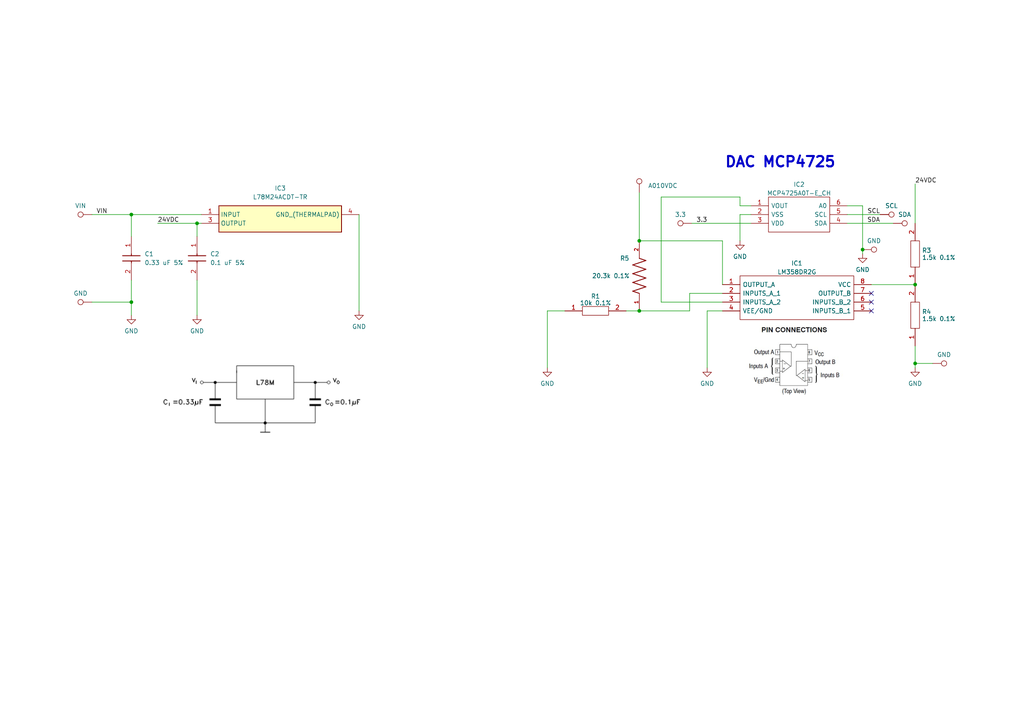
<source format=kicad_sch>
(kicad_sch (version 20231120) (generator "eeschema") (generator_version "8.0")
  (paper "A4")
  (lib_symbols
    (symbol "Connector:TestPoint" (pin_numbers hide) (pin_names (offset 0.762) hide)
      (property "Reference" "TP" (at 0 6.858 0))
      (property "Value" "TestPoint" (at 0 5.08 0))
      (symbol "TestPoint_0_1"
        (circle (center 0 3.302) (radius 0.762))
      )
      (symbol "TestPoint_1_1"
        (pin passive line (at 0 0 90) (length 2.54) (name "1") (number "1"))
      )
    )
    (symbol "SamacSys_Parts:LM358DR2G" (pin_names (offset 0.762))
      (property "Reference" "IC" (at 39.37 7.62 0))
      (property "Value" "LM358DR2G" (at 39.37 5.08 0))
      (symbol "LM358DR2G_0_0"
        (pin passive line (at 0 0 0) (length 5.08) (name "OUTPUT_A") (number "1"))
        (pin passive line (at 0 -2.54 0) (length 5.08) (name "INPUTS_A_1") (number "2"))
        (pin passive line (at 0 -5.08 0) (length 5.08) (name "INPUTS_A_2") (number "3"))
        (pin passive line (at 0 -7.62 0) (length 5.08) (name "VEE/GND") (number "4"))
        (pin passive line (at 43.18 -7.62 180) (length 5.08) (name "INPUTS_B_1") (number "5"))
        (pin passive line (at 43.18 -5.08 180) (length 5.08) (name "INPUTS_B_2") (number "6"))
        (pin passive line (at 43.18 -2.54 180) (length 5.08) (name "OUTPUT_B") (number "7"))
        (pin passive line (at 43.18 0 180) (length 5.08) (name "VCC") (number "8"))
      )
      (symbol "LM358DR2G_0_1"
        (polyline (pts (xy 5.08 2.54) (xy 38.1 2.54) (xy 38.1 -10.16) (xy 5.08 -10.16) (xy 5.08 2.54)) (stroke (width 0.1524)))
      )
    )
    (symbol "SamacSys_Parts:MCP4725A0T-E_CH" (pin_names (offset 0.762))
      (property "Reference" "IC" (at 24.13 7.62 0))
      (property "Value" "MCP4725A0T-E_CH" (at 24.13 5.08 0))
      (symbol "MCP4725A0T-E_CH_0_0"
        (pin passive line (at 0 0 0) (length 5.08) (name "VOUT") (number "1"))
        (pin passive line (at 0 -2.54 0) (length 5.08) (name "VSS") (number "2"))
        (pin passive line (at 0 -5.08 0) (length 5.08) (name "VDD") (number "3"))
        (pin passive line (at 27.94 -5.08 180) (length 5.08) (name "SDA") (number "4"))
        (pin passive line (at 27.94 -2.54 180) (length 5.08) (name "SCL") (number "5"))
        (pin passive line (at 27.94 0 180) (length 5.08) (name "A0") (number "6"))
      )
      (symbol "MCP4725A0T-E_CH_0_1"
        (polyline (pts (xy 5.08 2.54) (xy 22.86 2.54) (xy 22.86 -7.62) (xy 5.08 -7.62) (xy 5.08 2.54)) (stroke (width 0.1524)))
      )
    )
    (symbol "Samacsys:TNPW080510K0BEEA" (pin_names (offset 0.762))
      (property "Reference" "R" (at 13.97 6.35 0))
      (property "Value" "TNPW080510K0BEEA" (at 13.97 3.81 0))
      (symbol "TNPW080510K0BEEA_0_0"
        (pin passive line (at 0 0 0) (length 5.08) (name "~") (number "1"))
        (pin passive line (at 17.78 0 180) (length 5.08) (name "~") (number "2"))
      )
      (symbol "TNPW080510K0BEEA_0_1"
        (polyline (pts (xy 5.08 1.27) (xy 12.7 1.27) (xy 12.7 -1.27) (xy 5.08 -1.27) (xy 5.08 1.27)) (stroke (width 0.1524)))
      )
    )
    (symbol "Samacsys:TNPW08051K50BEEA" (pin_names (offset 0.762))
      (property "Reference" "R" (at 13.97 6.35 0))
      (property "Value" "TNPW08051K50BEEA" (at 13.97 3.81 0))
      (symbol "TNPW08051K50BEEA_0_0"
        (pin passive line (at 0 0 0) (length 5.08) (name "~") (number "1"))
        (pin passive line (at 17.78 0 180) (length 5.08) (name "~") (number "2"))
      )
      (symbol "TNPW08051K50BEEA_0_1"
        (polyline (pts (xy 5.08 1.27) (xy 12.7 1.27) (xy 12.7 -1.27) (xy 5.08 -1.27) (xy 5.08 1.27)) (stroke (width 0.1524)))
      )
    )
    (symbol "Samacsys_kicad_sym:C0805C334J5RACAUTO" (pin_names hide)
      (property "Reference" "C" (at 8.89 6.35 0))
      (property "Value" "C0805C334J5RACAUTO" (at 8.89 3.81 0))
      (symbol "C0805C334J5RACAUTO_1_1"
        (polyline (pts (xy 5.08 0) (xy 5.588 0)) (stroke (width 0.254)))
        (polyline (pts (xy 5.588 2.54) (xy 5.588 -2.54)) (stroke (width 0.254)))
        (polyline (pts (xy 7.112 0) (xy 7.62 0)) (stroke (width 0.254)))
        (polyline (pts (xy 7.112 2.54) (xy 7.112 -2.54)) (stroke (width 0.254)))
        (pin passive line (at 0 0 0) (length 5.08) (name "1") (number "1"))
        (pin passive line (at 12.7 0 180) (length 5.08) (name "2") (number "2"))
      )
    )
    (symbol "Samacsys_kicad_sym:C0805R104J5RACTU" (pin_names hide)
      (property "Reference" "C" (at 8.89 6.35 0))
      (property "Value" "C0805R104J5RACTU" (at 8.89 3.81 0))
      (symbol "C0805R104J5RACTU_1_1"
        (polyline (pts (xy 5.08 0) (xy 5.588 0)) (stroke (width 0.254)))
        (polyline (pts (xy 5.588 2.54) (xy 5.588 -2.54)) (stroke (width 0.254)))
        (polyline (pts (xy 7.112 0) (xy 7.62 0)) (stroke (width 0.254)))
        (polyline (pts (xy 7.112 2.54) (xy 7.112 -2.54)) (stroke (width 0.254)))
        (pin passive line (at 0 0 0) (length 5.08) (name "1") (number "1"))
        (pin passive line (at 12.7 0 180) (length 5.08) (name "2") (number "2"))
      )
    )
    (symbol "Samacsys_kicad_sym:L78M24ACDT-TR"
      (property "Reference" "IC" (at 41.91 7.62 0))
      (property "Value" "L78M24ACDT-TR" (at 41.91 5.08 0))
      (symbol "L78M24ACDT-TR_1_1"
        (rectangle (start 5.08 2.54) (end 40.64 -5.08) (stroke (width 0.254)) (fill (type background)))
        (pin input line (at 0 0 0) (length 5.08) (name "INPUT") (number "1"))
        (pin power_in line (at 0 -2.54 0) (length 5.08) (name "OUTPUT") (number "3"))
        (pin power_in line (at 45.72 0 180) (length 5.08) (name "GND_(THERMALPAD)") (number "4"))
      )
    )
    (symbol "Snapeda:RN73H1JTTD2032B25" (pin_names (offset 1.016))
      (property "Reference" "R" (at -7.6244 2.5415 0))
      (property "Value" "RN73H1JTTD2032B25" (at -7.63 -5.0866 0))
      (symbol "RN73H1JTTD2032B25_0_0"
        (polyline (pts (xy -5.08 0) (xy -4.445 1.905)) (stroke (width 0.254)))
        (polyline (pts (xy -4.445 1.905) (xy -3.175 -1.905)) (stroke (width 0.254)))
        (polyline (pts (xy -3.175 -1.905) (xy -1.905 1.905)) (stroke (width 0.254)))
        (polyline (pts (xy -1.905 1.905) (xy -0.635 -1.905)) (stroke (width 0.254)))
        (polyline (pts (xy -0.635 -1.905) (xy 0.635 1.905)) (stroke (width 0.254)))
        (polyline (pts (xy 0.635 1.905) (xy 1.905 -1.905)) (stroke (width 0.254)))
        (polyline (pts (xy 1.905 -1.905) (xy 3.175 1.905)) (stroke (width 0.254)))
        (polyline (pts (xy 3.175 1.905) (xy 4.445 -1.905)) (stroke (width 0.254)))
        (polyline (pts (xy 4.445 -1.905) (xy 5.08 0)) (stroke (width 0.254)))
        (pin passive line (at -10.16 0 0) (length 5.08) (name "~") (number "1"))
        (pin passive line (at 10.16 0 180) (length 5.08) (name "~") (number "2"))
      )
    )
    (symbol "power:GND" (power) (pin_names (offset 0))
      (property "Value" "GND" (at 0 -3.81 0))
      (symbol "GND_0_1"
        (polyline (pts (xy 0 0) (xy 0 -1.27) (xy 1.27 -1.27) (xy 0 -2.54) (xy -1.27 -1.27) (xy 0 -1.27)))
      )
      (symbol "GND_1_1"
        (pin power_in line (at 0 0 270) (length 0) hide (name "GND") (number "1"))
      )
    )
  )
  (junction (at 265.43 105.41))
  (junction (at 38.1 87.63))
  (junction (at 57.15 64.77))
  (junction (at 185.42 69.85))
  (junction (at 265.43 82.55))
  (junction (at 185.42 90.17))
  (junction (at 250.19 72.39))
  (junction (at 38.1 62.23))
  (no_connect (at 252.73 85.09))
  (no_connect (at 252.73 87.63))
  (no_connect (at 252.73 90.17))
  (wire (pts (xy 250.19 59.69) (xy 245.745 59.69)))
  (wire (pts (xy 259.08 64.77) (xy 245.745 64.77)))
  (wire (pts (xy 158.75 90.17) (xy 158.75 106.68)))
  (wire (pts (xy 250.19 73.66) (xy 250.19 72.39)))
  (wire (pts (xy 255.27 62.23) (xy 245.745 62.23)))
  (wire (pts (xy 104.14 90.17) (xy 104.14 62.23)))
  (wire (pts (xy 38.1 62.23) (xy 58.42 62.23)))
  (wire (pts (xy 205.105 90.17) (xy 205.105 106.68)))
  (wire (pts (xy 191.77 87.63) (xy 191.77 57.15)))
  (wire (pts (xy 181.61 90.17) (xy 185.42 90.17)))
  (wire (pts (xy 185.42 69.85) (xy 185.42 55.88)))
  (wire (pts (xy 26.67 62.23) (xy 38.1 62.23)))
  (wire (pts (xy 38.1 62.23) (xy 38.1 68.58)))
  (wire (pts (xy 185.42 90.17) (xy 200.025 90.17)))
  (wire (pts (xy 214.63 57.15) (xy 214.63 59.69)))
  (wire (pts (xy 57.15 91.44) (xy 57.15 81.28)))
  (wire (pts (xy 200.66 64.77) (xy 217.805 64.77)))
  (wire (pts (xy 191.77 87.63) (xy 209.55 87.63)))
  (wire (pts (xy 191.77 57.15) (xy 214.63 57.15)))
  (wire (pts (xy 209.55 85.09) (xy 200.025 85.09)))
  (wire (pts (xy 265.43 105.41) (xy 265.43 106.68)))
  (wire (pts (xy 214.63 59.69) (xy 217.805 59.69)))
  (wire (pts (xy 250.19 72.39) (xy 250.19 59.69)))
  (wire (pts (xy 58.42 64.77) (xy 57.15 64.77)))
  (wire (pts (xy 57.15 64.77) (xy 57.15 68.58)))
  (wire (pts (xy 38.1 87.63) (xy 38.1 81.28)))
  (wire (pts (xy 265.43 53.34) (xy 265.43 64.77)))
  (wire (pts (xy 158.75 90.17) (xy 163.83 90.17)))
  (wire (pts (xy 26.67 87.63) (xy 38.1 87.63)))
  (wire (pts (xy 252.73 82.55) (xy 265.43 82.55)))
  (wire (pts (xy 200.025 85.09) (xy 200.025 90.17)))
  (wire (pts (xy 214.63 62.23) (xy 214.63 69.85)))
  (wire (pts (xy 209.55 69.85) (xy 209.55 82.55)))
  (wire (pts (xy 45.72 64.77) (xy 57.15 64.77)))
  (wire (pts (xy 265.43 100.33) (xy 265.43 105.41)))
  (wire (pts (xy 185.42 69.85) (xy 209.55 69.85)))
  (wire (pts (xy 209.55 90.17) (xy 205.105 90.17)))
  (wire (pts (xy 214.63 62.23) (xy 217.805 62.23)))
  (wire (pts (xy 38.1 91.44) (xy 38.1 87.63)))
  (wire (pts (xy 270.51 105.41) (xy 265.43 105.41)))
  (image (at 230.505 104.14) (scale 0.313333))
  (image (at 74.93 114.3) (scale 0.546238))
  (text "DAC MCP4725\n" (at 242.57 48.895 0) (effects (font (size 3 3) (thickness 0.6) (bold yes)) (justify right bottom)))
  (label "24VDC" (at 265.43 53.34 0))
  (label "SDA" (at 255.27 64.77 180))
  (label "24VDC" (at 45.72 64.77 0))
  (label "VIN" (at 27.94 62.23 0))
  (label "SCL" (at 255.27 62.23 180))
  (label "3.3" (at 201.93 64.77 0))
  (symbol (lib_id "Connector:TestPoint") (at 270.51 105.41 270) (mirror x) (unit 1) (in_bom no)
    (property "Reference" "TP7" (effects (hide yes)))
    (property "Value" "GND" (at 273.812 102.87 90))
    (property "Footprint" "TestPoint:TestPoint_THTPad_D2.0mm_Drill1.0mm" (effects (hide yes)))
    (property "Description" "test point" (effects (hide yes)))
  )
  (symbol (lib_id "SamacSys_Parts:LM358DR2G") (at 209.55 82.55 0) (unit 1)
    (property "Reference" "IC1" (at 231.14 76.361 0))
    (property "Value" "LM358DR2G" (at 231.14 78.8979 0))
    (property "Footprint" "Samacsys:SOIC127P600X175-8N" (effects (hide yes)))
    (property "Datasheet" "http://www.onsemi.com/pub/Collateral/LM358-D.PDF" (effects (hide yes)))
    (property "Description" "LM358DR2G, Dual Operational Amplifier 5 to 28V, 8-Pin SOIC" (effects (hide yes)))
    (property "Height" "1.75" (effects (hide yes)))
    (property "Mouser Part Number" "863-LM358DR2G" (effects (hide yes)))
    (property "Mouser Price/Stock" "https://www.mouser.co.uk/ProductDetail/onsemi/LM358DR2G?qs=2OtswVQKCOFTvDtJvQ3XHw%3D%3D" (effects (hide yes)))
    (property "Manufacturer_Name" "onsemi" (effects (hide yes)))
    (property "Manufacturer_Part_Number" "LM358DR2G" (effects (hide yes)))
  )
  (symbol (lib_id "Connector:TestPoint") (at 185.42 55.88 0) (unit 1) (in_bom no)
    (property "Reference" "TP6" (effects (hide yes)))
    (property "Value" "A010VDC" (at 187.96 53.8479 0) (effects (justify left)))
    (property "Footprint" "TestPoint:TestPoint_THTPad_D2.0mm_Drill1.0mm" (effects (hide yes)))
    (property "Description" "test point" (effects (hide yes)))
  )
  (symbol (lib_id "power:GND") (at 250.19 73.66 0) (unit 1)
    (property "Reference" "#PWR04" (effects (hide yes)))
    (property "Value" "GND" (at 250.19 78.2224 0))
  )
  (symbol (lib_id "power:GND") (at 57.15 91.44 0) (unit 1)
    (property "Reference" "#PWR07" (effects (hide yes)))
    (property "Value" "GND" (at 57.15 96.0024 0))
  )
  (symbol (lib_id "power:GND") (at 158.75 106.68 0) (unit 1)
    (property "Reference" "#PWR01" (effects (hide yes)))
    (property "Value" "GND" (at 158.75 111.2424 0))
  )
  (symbol (lib_id "Connector:TestPoint") (at 26.67 87.63 90) (unit 1) (in_bom no)
    (property "Reference" "TP5" (effects (hide yes)))
    (property "Value" "GND" (at 23.368 85.09 90))
    (property "Footprint" "TestPoint:TestPoint_THTPad_D2.0mm_Drill1.0mm" (effects (hide yes)))
    (property "Description" "test point" (effects (hide yes)))
  )
  (symbol (lib_id "Samacsys_kicad_sym:L78M24ACDT-TR") (at 58.42 62.23 0) (unit 1)
    (property "Reference" "IC3" (at 81.28 54.61 0))
    (property "Value" "L78M24ACDT-TR" (at 81.28 57.15 0))
    (property "Footprint" "Samacsys:TO228P972X240-3N" (effects (hide yes)))
    (property "Datasheet" "http://www.st.com/web/en/resource/technical/document/datasheet/CD00000447.pdf" (effects (hide yes)))
    (property "Description" "L78M24ACDT-TR, Voltage Regulator, 0.5A 24 V, +/-2%, 3-Pin D-PAK" (effects (hide yes)))
    (property "Height" "2.4" (effects (hide yes)))
    (property "Mouser Part Number" "511-L78M24ACDT-TR" (effects (hide yes)))
    (property "Mouser Price/Stock" "https://www.mouser.co.uk/ProductDetail/STMicroelectronics/L78M24ACDT-TR?qs=JEl1xfd2fcaIRUtN5RMmLg%3D%3D" (effects (hide yes)))
    (property "Manufacturer_Name" "STMicroelectronics" (effects (hide yes)))
    (property "Manufacturer_Part_Number" "L78M24ACDT-TR" (effects (hide yes)))
  )
  (symbol (lib_id "SamacSys_Parts:MCP4725A0T-E_CH") (at 217.805 59.69 0) (unit 1)
    (property "Reference" "IC2" (at 231.775 53.501 0))
    (property "Value" "MCP4725A0T-E_CH" (at 231.775 56.0379 0))
    (property "Footprint" "Samacsys:SOT95P270X145-6N" (effects (hide yes)))
    (property "Datasheet" "http://ww1.microchip.com/downloads/en/DeviceDoc/22039d.pdf" (effects (hide yes)))
    (property "Description" "D/A Converter 12-Bit EEPROM I2C SOT23-6" (effects (hide yes)))
    (property "Height" "1.45" (effects (hide yes)))
    (property "Mouser Part Number" "579-MCP4725A0TECH" (effects (hide yes)))
    (property "Mouser Price/Stock" "https://www.mouser.co.uk/ProductDetail/Microchip-Technology-Atmel/MCP4725A0T-E-CH?qs=vkMqrgFpRajeQECZ3goc0A%3D%3D" (effects (hide yes)))
    (property "Manufacturer_Name" "Microchip" (effects (hide yes)))
    (property "Manufacturer_Part_Number" "MCP4725A0T-E/CH" (effects (hide yes)))
  )
  (symbol (lib_id "power:GND") (at 104.14 90.17 0) (unit 1)
    (property "Reference" "#PWR06" (effects (hide yes)))
    (property "Value" "GND" (at 104.14 94.7324 0))
  )
  (symbol (lib_id "power:GND") (at 214.63 69.85 0) (unit 1)
    (property "Reference" "#PWR03" (effects (hide yes)))
    (property "Value" "GND" (at 214.63 74.4124 0))
  )
  (symbol (lib_id "Snapeda:RN73H1JTTD2032B25") (at 185.42 80.01 90) (unit 1)
    (property "Reference" "R5" (at 179.832 74.93 90) (effects (justify right)))
    (property "Value" "20.3k 0.1%" (at 171.704 80.01 90) (effects (justify right)))
    (property "Footprint" "Snapeda:RN73H1JTTD2032B25_RESC1608X55N" (effects (hide yes)))
    (property "MF" "KOA Speer" (effects (hide yes)))
    (property "Description_1" "\n20.3 kOhms ±0.1% 0.1W, 1/10W Chip Resistor 0603 (1608 Metric) Automotive AEC-Q200, Moisture Resistant Metal Film\n" (effects (hide yes)))
    (property "Package" "603 KOA" (effects (hide yes)))
    (property "Price" "None" (effects (hide yes)))
    (property "SnapEDA_Link" "https://www.snapeda.com/parts/RN73H1JTTD2032B25/KOA+Speer/view-part/?ref=snap" (effects (hide yes)))
    (property "MP" "RN73H1JTTD2032B25" (effects (hide yes)))
    (property "Availability" "In Stock" (effects (hide yes)))
    (property "Check_prices" "https://www.snapeda.com/parts/RN73H1JTTD2032B25/KOA+Speer/view-part/?ref=eda" (effects (hide yes)))
  )
  (symbol (lib_id "Samacsys_kicad_sym:C0805C334J5RACAUTO") (at 38.1 68.58 270) (unit 1)
    (property "Reference" "C1" (at 41.91 73.6599 90) (effects (justify left)))
    (property "Value" "0.33 uF 5%" (at 41.91 76.1999 90) (effects (justify left)))
    (property "Footprint" "Samacsys:C0805" (effects (hide yes)))
    (property "Datasheet" "https://content.kemet.com/datasheets/KEM_C1023_X7R_AUTO_SMD.pdf" (effects (hide yes)))
    (property "Description" "SMD Auto X7R, Ceramic, 0.33 uF, 5%, 50 VDC, 125 VDC, 125C, -55C, X7R, SMD, MLCC, Temperature Stable, Automotive Grade, 2.5 % , 1.5152 GOhms, 13 mg, 0805, 2mm, 1.25mm, 0.9mm, 0.75mm, 0.5mm, 4000, 78  Weeks, 80" (effects (hide yes)))
    (property "Height" "1.1" (effects (hide yes)))
    (property "Mouser Part Number" "80-C0805C334J5RAUTO" (effects (hide yes)))
    (property "Mouser Price/Stock" "https://www.mouser.co.uk/ProductDetail/KEMET/C0805C334J5RACAUTO?qs=2FIyTMJ0hNld799v3LUrlQ%3D%3D" (effects (hide yes)))
    (property "Manufacturer_Name" "KEMET" (effects (hide yes)))
    (property "Manufacturer_Part_Number" "C0805C334J5RACAUTO" (effects (hide yes)))
  )
  (symbol (lib_id "Samacsys:TNPW08051K50BEEA") (at 265.43 82.55 90) (unit 1)
    (property "Reference" "R3" (at 267.4112 72.636 90) (effects (justify right)))
    (property "Value" "1.5k 0.1%" (at 267.4112 74.684 90) (effects (justify right)))
    (property "Footprint" "Samacsys:RESC2012X55N" (effects (hide yes)))
    (property "Description" "Thin Film Resistors - SMD 1.5Kohms .1% 25ppm" (effects (hide yes)))
    (property "Height" "0.55" (effects (hide yes)))
    (property "Mouser Part Number" "71-TNPW08051K50BEEA" (effects (hide yes)))
    (property "Mouser Price/Stock" "https://www.mouser.co.uk/ProductDetail/Vishay-Dale/TNPW08051K50BEEA?qs=Db%252BqmG6P6GaxwcmU1luVmQ%3D%3D" (effects (hide yes)))
    (property "Manufacturer_Name" "Vishay" (effects (hide yes)))
    (property "Manufacturer_Part_Number" "TNPW08051K50BEEA" (effects (hide yes)))
  )
  (symbol (lib_id "power:GND") (at 38.1 91.44 0) (unit 1)
    (property "Reference" "#PWR08" (effects (hide yes)))
    (property "Value" "GND" (at 38.1 96.0024 0))
  )
  (symbol (lib_id "Samacsys_kicad_sym:C0805R104J5RACTU") (at 57.15 68.58 270) (unit 1)
    (property "Reference" "C2" (at 60.96 73.6599 90) (effects (justify left)))
    (property "Value" "0.1 uF 5%" (at 60.96 76.1999 90) (effects (justify left)))
    (property "Footprint" "Samacsys:C0805" (effects (hide yes)))
    (property "Datasheet" "https://content.kemet.com/datasheets/KEM_C1075_X7R_HT_SMD.pdf" (effects (hide yes)))
    (property "Description" "SMD Indust X7R HT175C, Ceramic, 0.1 uF, 5%, 50 VDC, 125 VDC, 175C, -55C, X7R, SMD, MLCC, High Temperature, FT-Cap, 2.5 % , 10 GOhms, 11 mg, 0805, 2mm, 1.25mm, 0.78mm, 0.75mm, 0.5mm, 4000, 78  Weeks, 80" (effects (hide yes)))
    (property "Height" "1.1" (effects (hide yes)))
    (property "Mouser Part Number" "80-C0805R104J5RACTU" (effects (hide yes)))
    (property "Mouser Price/Stock" "https://www.mouser.co.uk/ProductDetail/KEMET/C0805R104J5RACTU?qs=RcG8xmE7yp2JeihV4l474Q%3D%3D" (effects (hide yes)))
    (property "Manufacturer_Name" "KEMET" (effects (hide yes)))
    (property "Manufacturer_Part_Number" "C0805R104J5RACTU" (effects (hide yes)))
  )
  (symbol (lib_id "Samacsys:TNPW080510K0BEEA") (at 163.83 90.17 0) (unit 1)
    (property "Reference" "R1" (at 172.72 85.9409 0))
    (property "Value" "10k 0.1%" (at 172.72 87.8619 0))
    (property "Footprint" "Samacsys:RESC2012X55N" (effects (hide yes)))
    (property "Datasheet" "https://componentsearchengine.com/Datasheets/1/TNPW080510K0BEEA.pdf" (effects (hide yes)))
    (property "Description" "Thin Film Resistors - SMD 10Kohms .1% 25ppm" (effects (hide yes)))
    (property "Height" "0.55" (effects (hide yes)))
    (property "Mouser Part Number" "71-TNPW080510K0BEEA" (effects (hide yes)))
    (property "Mouser Price/Stock" "https://www.mouser.co.uk/ProductDetail/Vishay-Dale/TNPW080510K0BEEA?qs=CqEPuS5aiX943PdLmaZ8KA%3D%3D" (effects (hide yes)))
    (property "Manufacturer_Name" "Vishay" (effects (hide yes)))
    (property "Manufacturer_Part_Number" "TNPW080510K0BEEA" (effects (hide yes)))
  )
  (symbol (lib_id "Connector:TestPoint") (at 259.08 64.77 270) (mirror x) (unit 1) (in_bom no)
    (property "Reference" "TP4" (effects (hide yes)))
    (property "Value" "SDA" (at 262.382 62.23 90))
    (property "Footprint" "TestPoint:TestPoint_THTPad_D2.0mm_Drill1.0mm" (effects (hide yes)))
    (property "Description" "test point" (effects (hide yes)))
  )
  (symbol (lib_id "Connector:TestPoint") (at 250.19 72.39 270) (mirror x) (unit 1) (in_bom no)
    (property "Reference" "TP8" (effects (hide yes)))
    (property "Value" "GND" (at 253.492 69.85 90))
    (property "Footprint" "TestPoint:TestPoint_THTPad_D2.0mm_Drill1.0mm" (effects (hide yes)))
    (property "Description" "test point" (effects (hide yes)))
  )
  (symbol (lib_id "Connector:TestPoint") (at 200.66 64.77 90) (unit 1) (in_bom no)
    (property "Reference" "TP2" (effects (hide yes)))
    (property "Value" "3.3" (at 197.358 62.23 90))
    (property "Footprint" "TestPoint:TestPoint_THTPad_D2.0mm_Drill1.0mm" (effects (hide yes)))
    (property "Description" "test point" (effects (hide yes)))
  )
  (symbol (lib_id "power:GND") (at 265.43 106.68 0) (unit 1)
    (property "Reference" "#PWR05" (effects (hide yes)))
    (property "Value" "GND" (at 265.43 111.2424 0))
  )
  (symbol (lib_id "Samacsys:TNPW08051K50BEEA") (at 265.43 100.33 90) (unit 1)
    (property "Reference" "R4" (at 267.4112 90.416 90) (effects (justify right)))
    (property "Value" "1.5k 0.1%" (at 267.4112 92.464 90) (effects (justify right)))
    (property "Footprint" "Samacsys:RESC2012X55N" (effects (hide yes)))
    (property "Description" "Thin Film Resistors - SMD 1.5Kohms .1% 25ppm" (effects (hide yes)))
    (property "Height" "0.55" (effects (hide yes)))
    (property "Mouser Part Number" "71-TNPW08051K50BEEA" (effects (hide yes)))
    (property "Mouser Price/Stock" "https://www.mouser.co.uk/ProductDetail/Vishay-Dale/TNPW08051K50BEEA?qs=Db%252BqmG6P6GaxwcmU1luVmQ%3D%3D" (effects (hide yes)))
    (property "Manufacturer_Name" "Vishay" (effects (hide yes)))
    (property "Manufacturer_Part_Number" "TNPW08051K50BEEA" (effects (hide yes)))
  )
  (symbol (lib_id "Connector:TestPoint") (at 26.67 62.23 90) (unit 1) (in_bom no)
    (property "Reference" "TP1" (effects (hide yes)))
    (property "Value" "VIN" (at 23.368 59.69 90))
    (property "Footprint" "TestPoint:TestPoint_THTPad_D2.0mm_Drill1.0mm" (effects (hide yes)))
    (property "Description" "test point" (effects (hide yes)))
  )
  (symbol (lib_id "power:GND") (at 205.105 106.68 0) (unit 1)
    (property "Reference" "#PWR02" (effects (hide yes)))
    (property "Value" "GND" (at 205.105 111.2424 0))
  )
  (symbol (lib_id "Connector:TestPoint") (at 255.27 62.23 270) (mirror x) (unit 1) (in_bom no)
    (property "Reference" "TP3" (effects (hide yes)))
    (property "Value" "SCL" (at 258.572 59.69 90))
    (property "Footprint" "TestPoint:TestPoint_THTPad_D2.0mm_Drill1.0mm" (effects (hide yes)))
    (property "Description" "test point" (effects (hide yes)))
  )
)
</source>
